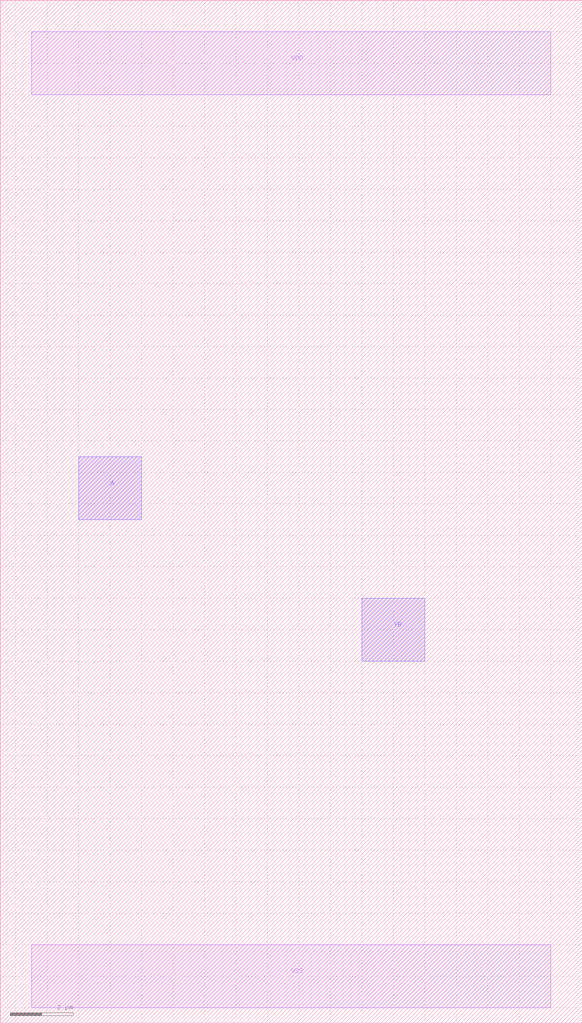
<source format=lef>
# C:/Users/akita/Documents/inv4lef
# Created by Glade release version 4.7.35 compiled on May 19 2020 19:14:35
# Run by akita on host LAPTOP-E0CJ65QR at Wed Jun  3 17:36:04 2020

VERSION 5.6 ;
NAMESCASESENSITIVE ON ;
BUSBITCHARS "[]" ;
DIVIDERCHAR "/"  ;
UNITS
    DATABASE MICRONS 1000 ;
END UNITS

MACRO inv4
    CLASS core ;
    FOREIGN inv4 -1.500 -1.500 ;
    ORIGIN 1.500 1.500 ;
    SIZE 18.500 BY 32.500 ;
    PIN YB
        DIRECTION OUTPUT ;
        USE SIGNAL ;
        PORT
        LAYER ML2 ;
        RECT 10.000 10.000 12.000 12.000 ;
        RECT 10.000 10.000 12.000 12.000 ;
        LAYER ML1 ;
        RECT 10.000 10.000 12.000 12.000 ;
        RECT 10.000 10.000 12.000 12.000 ;
        END
    END YB
    PIN VDD
        DIRECTION INOUT ;
        USE POWER ;
        PORT
        LAYER ML1 ;
        RECT -0.500 28.000 16.000 30.000 ;
        RECT -0.500 28.000 16.000 30.000 ;
        END
    END VDD
    PIN VSS
        DIRECTION INOUT ;
        USE GROUND ;
        PORT
        LAYER ML1 ;
        RECT -0.500 -1.000 16.000 1.000 ;
        RECT -0.500 -1.000 16.000 1.000 ;
        END
    END VSS
    PIN A
        DIRECTION INPUT ;
        USE SIGNAL ;
        PORT
        LAYER ML2 ;
        RECT 1.000 14.500 3.000 16.500 ;
        RECT 1.000 14.500 3.000 16.500 ;
        LAYER ML1 ;
        RECT 1.000 14.500 3.000 16.500 ;
        RECT 1.000 14.500 3.000 16.500 ;
        END
    END A
    OBS
    END
END inv4

END LIBRARY

</source>
